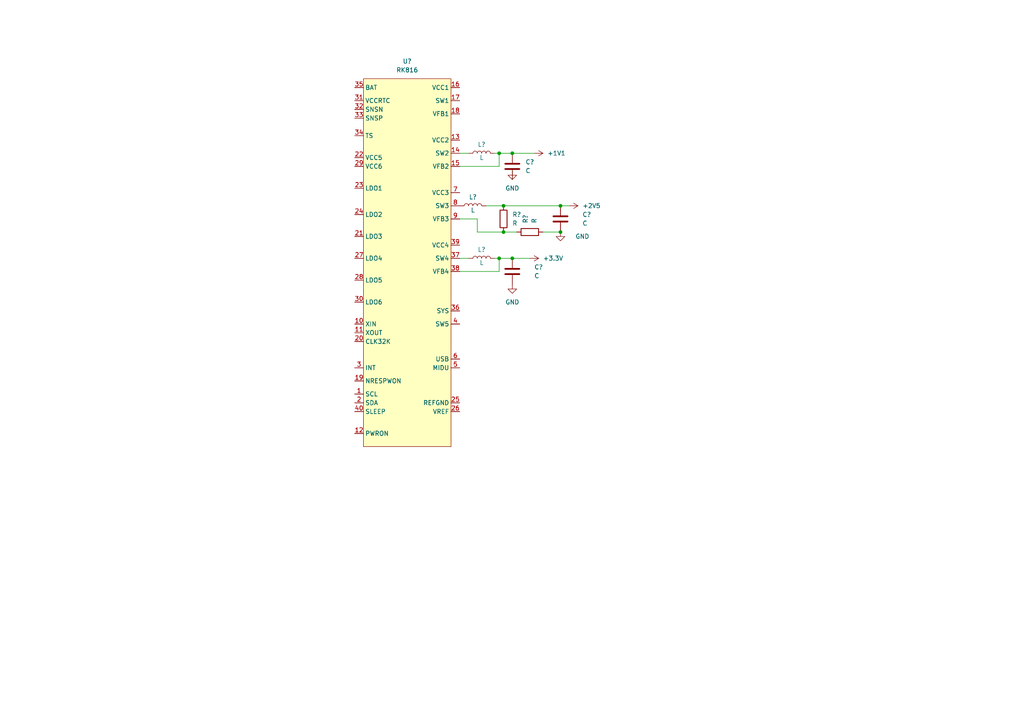
<source format=kicad_sch>
(kicad_sch (version 20211123) (generator eeschema)

  (uuid b8426153-2a22-456c-adf0-a3e441bd590d)

  (paper "A4")

  (lib_symbols
    (symbol "power:+1V1" (power) (pin_names (offset 0)) (in_bom yes) (on_board yes)
      (property "Reference" "#PWR" (id 0) (at 0 -3.81 0)
        (effects (font (size 1.27 1.27)) hide)
      )
      (property "Value" "+1V1" (id 1) (at 0 3.556 0)
        (effects (font (size 1.27 1.27)))
      )
      (property "Footprint" "" (id 2) (at 0 0 0)
        (effects (font (size 1.27 1.27)) hide)
      )
      (property "Datasheet" "" (id 3) (at 0 0 0)
        (effects (font (size 1.27 1.27)) hide)
      )
      (property "ki_keywords" "power-flag" (id 4) (at 0 0 0)
        (effects (font (size 1.27 1.27)) hide)
      )
      (property "ki_description" "Power symbol creates a global label with name \"+1V1\"" (id 5) (at 0 0 0)
        (effects (font (size 1.27 1.27)) hide)
      )
      (symbol "+1V1_0_1"
        (polyline
          (pts
            (xy -0.762 1.27)
            (xy 0 2.54)
          )
          (stroke (width 0) (type default) (color 0 0 0 0))
          (fill (type none))
        )
        (polyline
          (pts
            (xy 0 0)
            (xy 0 2.54)
          )
          (stroke (width 0) (type default) (color 0 0 0 0))
          (fill (type none))
        )
        (polyline
          (pts
            (xy 0 2.54)
            (xy 0.762 1.27)
          )
          (stroke (width 0) (type default) (color 0 0 0 0))
          (fill (type none))
        )
      )
      (symbol "+1V1_1_1"
        (pin power_in line (at 0 0 90) (length 0) hide
          (name "+1V1" (effects (font (size 1.27 1.27))))
          (number "1" (effects (font (size 1.27 1.27))))
        )
      )
    )
    (symbol "power:+2V5" (power) (pin_names (offset 0)) (in_bom yes) (on_board yes)
      (property "Reference" "#PWR" (id 0) (at 0 -3.81 0)
        (effects (font (size 1.27 1.27)) hide)
      )
      (property "Value" "+2V5" (id 1) (at 0 3.556 0)
        (effects (font (size 1.27 1.27)))
      )
      (property "Footprint" "" (id 2) (at 0 0 0)
        (effects (font (size 1.27 1.27)) hide)
      )
      (property "Datasheet" "" (id 3) (at 0 0 0)
        (effects (font (size 1.27 1.27)) hide)
      )
      (property "ki_keywords" "power-flag" (id 4) (at 0 0 0)
        (effects (font (size 1.27 1.27)) hide)
      )
      (property "ki_description" "Power symbol creates a global label with name \"+2V5\"" (id 5) (at 0 0 0)
        (effects (font (size 1.27 1.27)) hide)
      )
      (symbol "+2V5_0_1"
        (polyline
          (pts
            (xy -0.762 1.27)
            (xy 0 2.54)
          )
          (stroke (width 0) (type default) (color 0 0 0 0))
          (fill (type none))
        )
        (polyline
          (pts
            (xy 0 0)
            (xy 0 2.54)
          )
          (stroke (width 0) (type default) (color 0 0 0 0))
          (fill (type none))
        )
        (polyline
          (pts
            (xy 0 2.54)
            (xy 0.762 1.27)
          )
          (stroke (width 0) (type default) (color 0 0 0 0))
          (fill (type none))
        )
      )
      (symbol "+2V5_1_1"
        (pin power_in line (at 0 0 90) (length 0) hide
          (name "+2V5" (effects (font (size 1.27 1.27))))
          (number "1" (effects (font (size 1.27 1.27))))
        )
      )
    )
    (symbol "power:+3.3V" (power) (pin_names (offset 0)) (in_bom yes) (on_board yes)
      (property "Reference" "#PWR" (id 0) (at 0 -3.81 0)
        (effects (font (size 1.27 1.27)) hide)
      )
      (property "Value" "+3.3V" (id 1) (at 0 3.556 0)
        (effects (font (size 1.27 1.27)))
      )
      (property "Footprint" "" (id 2) (at 0 0 0)
        (effects (font (size 1.27 1.27)) hide)
      )
      (property "Datasheet" "" (id 3) (at 0 0 0)
        (effects (font (size 1.27 1.27)) hide)
      )
      (property "ki_keywords" "power-flag" (id 4) (at 0 0 0)
        (effects (font (size 1.27 1.27)) hide)
      )
      (property "ki_description" "Power symbol creates a global label with name \"+3.3V\"" (id 5) (at 0 0 0)
        (effects (font (size 1.27 1.27)) hide)
      )
      (symbol "+3.3V_0_1"
        (polyline
          (pts
            (xy -0.762 1.27)
            (xy 0 2.54)
          )
          (stroke (width 0) (type default) (color 0 0 0 0))
          (fill (type none))
        )
        (polyline
          (pts
            (xy 0 0)
            (xy 0 2.54)
          )
          (stroke (width 0) (type default) (color 0 0 0 0))
          (fill (type none))
        )
        (polyline
          (pts
            (xy 0 2.54)
            (xy 0.762 1.27)
          )
          (stroke (width 0) (type default) (color 0 0 0 0))
          (fill (type none))
        )
      )
      (symbol "+3.3V_1_1"
        (pin power_in line (at 0 0 90) (length 0) hide
          (name "+3.3V" (effects (font (size 1.27 1.27))))
          (number "1" (effects (font (size 1.27 1.27))))
        )
      )
    )
    (symbol "power:GND" (power) (pin_names (offset 0)) (in_bom yes) (on_board yes)
      (property "Reference" "#PWR" (id 0) (at 0 -6.35 0)
        (effects (font (size 1.27 1.27)) hide)
      )
      (property "Value" "GND" (id 1) (at 0 -3.81 0)
        (effects (font (size 1.27 1.27)))
      )
      (property "Footprint" "" (id 2) (at 0 0 0)
        (effects (font (size 1.27 1.27)) hide)
      )
      (property "Datasheet" "" (id 3) (at 0 0 0)
        (effects (font (size 1.27 1.27)) hide)
      )
      (property "ki_keywords" "power-flag" (id 4) (at 0 0 0)
        (effects (font (size 1.27 1.27)) hide)
      )
      (property "ki_description" "Power symbol creates a global label with name \"GND\" , ground" (id 5) (at 0 0 0)
        (effects (font (size 1.27 1.27)) hide)
      )
      (symbol "GND_0_1"
        (polyline
          (pts
            (xy 0 0)
            (xy 0 -1.27)
            (xy 1.27 -1.27)
            (xy 0 -2.54)
            (xy -1.27 -1.27)
            (xy 0 -1.27)
          )
          (stroke (width 0) (type default) (color 0 0 0 0))
          (fill (type none))
        )
      )
      (symbol "GND_1_1"
        (pin power_in line (at 0 0 270) (length 0) hide
          (name "GND" (effects (font (size 1.27 1.27))))
          (number "1" (effects (font (size 1.27 1.27))))
        )
      )
    )
    (symbol "rlib_ic:RK816" (in_bom yes) (on_board yes)
      (property "Reference" "U" (id 0) (at 0 3.81 0)
        (effects (font (size 1.27 1.27)))
      )
      (property "Value" "RK816" (id 1) (at 1.27 -105.41 0)
        (effects (font (size 1.27 1.27)))
      )
      (property "Footprint" "" (id 2) (at 24.13 1.27 0)
        (effects (font (size 1.27 1.27)) hide)
      )
      (property "Datasheet" "" (id 3) (at 24.13 1.27 0)
        (effects (font (size 1.27 1.27)) hide)
      )
      (symbol "RK816_0_0"
        (pin input line (at -13.97 -88.9 0) (length 2.54)
          (name "SCL" (effects (font (size 1.27 1.27))))
          (number "1" (effects (font (size 1.27 1.27))))
        )
        (pin input line (at -13.97 -68.58 0) (length 2.54)
          (name "XIN" (effects (font (size 1.27 1.27))))
          (number "10" (effects (font (size 1.27 1.27))))
        )
        (pin output line (at -13.97 -71.12 0) (length 2.54)
          (name "XOUT" (effects (font (size 1.27 1.27))))
          (number "11" (effects (font (size 1.27 1.27))))
        )
        (pin input line (at -13.97 -100.33 0) (length 2.54)
          (name "PWRON" (effects (font (size 1.27 1.27))))
          (number "12" (effects (font (size 1.27 1.27))))
        )
        (pin power_in line (at 16.51 -15.24 180) (length 2.54)
          (name "VCC2" (effects (font (size 1.27 1.27))))
          (number "13" (effects (font (size 1.27 1.27))))
        )
        (pin output line (at 16.51 -19.05 180) (length 2.54)
          (name "SW2" (effects (font (size 1.27 1.27))))
          (number "14" (effects (font (size 1.27 1.27))))
        )
        (pin input line (at 16.51 -22.86 180) (length 2.54)
          (name "VFB2" (effects (font (size 1.27 1.27))))
          (number "15" (effects (font (size 1.27 1.27))))
        )
        (pin power_in line (at 16.51 0 180) (length 2.54)
          (name "VCC1" (effects (font (size 1.27 1.27))))
          (number "16" (effects (font (size 1.27 1.27))))
        )
        (pin output line (at 16.51 -3.81 180) (length 2.54)
          (name "SW1" (effects (font (size 1.27 1.27))))
          (number "17" (effects (font (size 1.27 1.27))))
        )
        (pin input line (at 16.51 -7.62 180) (length 2.54)
          (name "VFB1" (effects (font (size 1.27 1.27))))
          (number "18" (effects (font (size 1.27 1.27))))
        )
        (pin input line (at -13.97 -85.09 0) (length 2.54)
          (name "NRESPWON" (effects (font (size 1.27 1.27))))
          (number "19" (effects (font (size 1.27 1.27))))
        )
        (pin bidirectional line (at -13.97 -91.44 0) (length 2.54)
          (name "SDA" (effects (font (size 1.27 1.27))))
          (number "2" (effects (font (size 1.27 1.27))))
        )
        (pin open_collector line (at -13.97 -73.66 0) (length 2.54)
          (name "CLK32K" (effects (font (size 1.27 1.27))))
          (number "20" (effects (font (size 1.27 1.27))))
        )
        (pin power_out line (at -13.97 -43.18 0) (length 2.54)
          (name "LDO3" (effects (font (size 1.27 1.27))))
          (number "21" (effects (font (size 1.27 1.27))))
        )
        (pin power_in line (at -13.97 -20.32 0) (length 2.54)
          (name "VCC5" (effects (font (size 1.27 1.27))))
          (number "22" (effects (font (size 1.27 1.27))))
        )
        (pin power_out line (at -13.97 -29.21 0) (length 2.54)
          (name "LDO1" (effects (font (size 1.27 1.27))))
          (number "23" (effects (font (size 1.27 1.27))))
        )
        (pin power_out line (at -13.97 -36.83 0) (length 2.54)
          (name "LDO2" (effects (font (size 1.27 1.27))))
          (number "24" (effects (font (size 1.27 1.27))))
        )
        (pin power_in line (at 16.51 -91.44 180) (length 2.54)
          (name "REFGND" (effects (font (size 1.27 1.27))))
          (number "25" (effects (font (size 1.27 1.27))))
        )
        (pin power_in line (at 16.51 -93.98 180) (length 2.54)
          (name "VREF" (effects (font (size 1.27 1.27))))
          (number "26" (effects (font (size 1.27 1.27))))
        )
        (pin power_out line (at -13.97 -49.53 0) (length 2.54)
          (name "LDO4" (effects (font (size 1.27 1.27))))
          (number "27" (effects (font (size 1.27 1.27))))
        )
        (pin power_out line (at -13.97 -55.88 0) (length 2.54)
          (name "LDO5" (effects (font (size 1.27 1.27))))
          (number "28" (effects (font (size 1.27 1.27))))
        )
        (pin power_in line (at -13.97 -22.86 0) (length 2.54)
          (name "VCC6" (effects (font (size 1.27 1.27))))
          (number "29" (effects (font (size 1.27 1.27))))
        )
        (pin open_collector line (at -13.97 -81.28 0) (length 2.54)
          (name "INT" (effects (font (size 1.27 1.27))))
          (number "3" (effects (font (size 1.27 1.27))))
        )
        (pin power_out line (at -13.97 -62.23 0) (length 2.54)
          (name "LDO6" (effects (font (size 1.27 1.27))))
          (number "30" (effects (font (size 1.27 1.27))))
        )
        (pin power_in line (at -13.97 -3.81 0) (length 2.54)
          (name "VCCRTC" (effects (font (size 1.27 1.27))))
          (number "31" (effects (font (size 1.27 1.27))))
        )
        (pin input line (at -13.97 -6.35 0) (length 2.54)
          (name "SNSN" (effects (font (size 1.27 1.27))))
          (number "32" (effects (font (size 1.27 1.27))))
        )
        (pin input line (at -13.97 -8.89 0) (length 2.54)
          (name "SNSP" (effects (font (size 1.27 1.27))))
          (number "33" (effects (font (size 1.27 1.27))))
        )
        (pin input line (at -13.97 -13.97 0) (length 2.54)
          (name "TS" (effects (font (size 1.27 1.27))))
          (number "34" (effects (font (size 1.27 1.27))))
        )
        (pin power_in line (at -13.97 0 0) (length 2.54)
          (name "BAT" (effects (font (size 1.27 1.27))))
          (number "35" (effects (font (size 1.27 1.27))))
        )
        (pin power_out line (at 16.51 -64.77 180) (length 2.54)
          (name "SYS" (effects (font (size 1.27 1.27))))
          (number "36" (effects (font (size 1.27 1.27))))
        )
        (pin output line (at 16.51 -49.53 180) (length 2.54)
          (name "SW4" (effects (font (size 1.27 1.27))))
          (number "37" (effects (font (size 1.27 1.27))))
        )
        (pin input line (at 16.51 -53.34 180) (length 2.54)
          (name "VFB4" (effects (font (size 1.27 1.27))))
          (number "38" (effects (font (size 1.27 1.27))))
        )
        (pin power_in line (at 16.51 -45.72 180) (length 2.54)
          (name "VCC4" (effects (font (size 1.27 1.27))))
          (number "39" (effects (font (size 1.27 1.27))))
        )
        (pin input line (at 16.51 -68.58 180) (length 2.54)
          (name "SW5" (effects (font (size 1.27 1.27))))
          (number "4" (effects (font (size 1.27 1.27))))
        )
        (pin power_in line (at -13.97 -93.98 0) (length 2.54)
          (name "SLEEP" (effects (font (size 1.27 1.27))))
          (number "40" (effects (font (size 1.27 1.27))))
        )
        (pin output line (at 16.51 -81.28 180) (length 2.54)
          (name "MIDU" (effects (font (size 1.27 1.27))))
          (number "5" (effects (font (size 1.27 1.27))))
        )
        (pin input line (at 16.51 -78.74 180) (length 2.54)
          (name "USB" (effects (font (size 1.27 1.27))))
          (number "6" (effects (font (size 1.27 1.27))))
        )
        (pin power_in line (at 16.51 -30.48 180) (length 2.54)
          (name "VCC3" (effects (font (size 1.27 1.27))))
          (number "7" (effects (font (size 1.27 1.27))))
        )
        (pin output line (at 16.51 -34.29 180) (length 2.54)
          (name "SW3" (effects (font (size 1.27 1.27))))
          (number "8" (effects (font (size 1.27 1.27))))
        )
        (pin input line (at 16.51 -38.1 180) (length 2.54)
          (name "VFB3" (effects (font (size 1.27 1.27))))
          (number "9" (effects (font (size 1.27 1.27))))
        )
      )
      (symbol "RK816_0_1"
        (rectangle (start -11.43 2.54) (end 13.97 -104.14)
          (stroke (width 0) (type default) (color 0 0 0 0))
          (fill (type background))
        )
      )
    )
    (symbol "rlib_passive:C" (pin_numbers hide) (pin_names (offset 0.254)) (in_bom yes) (on_board yes)
      (property "Reference" "C" (id 0) (at 0.635 2.54 0)
        (effects (font (size 1.27 1.27)) (justify left))
      )
      (property "Value" "C" (id 1) (at 0.635 -2.54 0)
        (effects (font (size 1.27 1.27)) (justify left))
      )
      (property "Footprint" "" (id 2) (at 0.9652 -3.81 0)
        (effects (font (size 1.27 1.27)) hide)
      )
      (property "Datasheet" "~" (id 3) (at 0 0 0)
        (effects (font (size 1.27 1.27)) hide)
      )
      (property "Voltage" "" (id 4) (at 0 0 0)
        (effects (font (size 1.27 1.27)))
      )
      (property "LSCS Partnumber" "" (id 5) (at 0 0 0)
        (effects (font (size 1.27 1.27)))
      )
      (property "Tolerance" "" (id 6) (at 0 0 0)
        (effects (font (size 1.27 1.27)))
      )
      (property "Manufacturer" "" (id 7) (at 0 0 0)
        (effects (font (size 1.27 1.27)))
      )
      (property "ki_keywords" "cap capacitor" (id 8) (at 0 0 0)
        (effects (font (size 1.27 1.27)) hide)
      )
      (property "ki_description" "Unpolarized capacitor" (id 9) (at 0 0 0)
        (effects (font (size 1.27 1.27)) hide)
      )
      (property "ki_fp_filters" "C_*" (id 10) (at 0 0 0)
        (effects (font (size 1.27 1.27)) hide)
      )
      (symbol "C_0_1"
        (polyline
          (pts
            (xy -2.032 -0.762)
            (xy 2.032 -0.762)
          )
          (stroke (width 0.508) (type default) (color 0 0 0 0))
          (fill (type none))
        )
        (polyline
          (pts
            (xy -2.032 0.762)
            (xy 2.032 0.762)
          )
          (stroke (width 0.508) (type default) (color 0 0 0 0))
          (fill (type none))
        )
      )
      (symbol "C_1_1"
        (pin passive line (at 0 3.81 270) (length 2.794)
          (name "~" (effects (font (size 1.27 1.27))))
          (number "1" (effects (font (size 1.27 1.27))))
        )
        (pin passive line (at 0 -3.81 90) (length 2.794)
          (name "~" (effects (font (size 1.27 1.27))))
          (number "2" (effects (font (size 1.27 1.27))))
        )
      )
    )
    (symbol "rlib_passive:L" (pin_numbers hide) (pin_names (offset 1.016) hide) (in_bom yes) (on_board yes)
      (property "Reference" "L" (id 0) (at -1.27 0 90)
        (effects (font (size 1.27 1.27)))
      )
      (property "Value" "L" (id 1) (at 1.905 0 90)
        (effects (font (size 1.27 1.27)))
      )
      (property "Footprint" "" (id 2) (at 0 0 0)
        (effects (font (size 1.27 1.27)) hide)
      )
      (property "Datasheet" "~" (id 3) (at 0 0 0)
        (effects (font (size 1.27 1.27)) hide)
      )
      (property "LSCS partnumber" "" (id 4) (at 0 0 0)
        (effects (font (size 1.27 1.27)))
      )
      (property "Tolerance" "" (id 5) (at 0 0 0)
        (effects (font (size 1.27 1.27)))
      )
      (property "Manufacturer" "" (id 6) (at 0 0 0)
        (effects (font (size 1.27 1.27)))
      )
      (property "Mfr.  partnumber" "" (id 7) (at 0 0 0)
        (effects (font (size 1.27 1.27)))
      )
      (property "ki_keywords" "inductor choke coil reactor magnetic" (id 8) (at 0 0 0)
        (effects (font (size 1.27 1.27)) hide)
      )
      (property "ki_description" "Inductor" (id 9) (at 0 0 0)
        (effects (font (size 1.27 1.27)) hide)
      )
      (property "ki_fp_filters" "Choke_* *Coil* Inductor_* L_*" (id 10) (at 0 0 0)
        (effects (font (size 1.27 1.27)) hide)
      )
      (symbol "L_0_1"
        (arc (start 0 -2.54) (mid 0.635 -1.905) (end 0 -1.27)
          (stroke (width 0) (type default) (color 0 0 0 0))
          (fill (type none))
        )
        (arc (start 0 -1.27) (mid 0.635 -0.635) (end 0 0)
          (stroke (width 0) (type default) (color 0 0 0 0))
          (fill (type none))
        )
        (arc (start 0 0) (mid 0.635 0.635) (end 0 1.27)
          (stroke (width 0) (type default) (color 0 0 0 0))
          (fill (type none))
        )
        (arc (start 0 1.27) (mid 0.635 1.905) (end 0 2.54)
          (stroke (width 0) (type default) (color 0 0 0 0))
          (fill (type none))
        )
      )
      (symbol "L_1_1"
        (pin passive line (at 0 3.81 270) (length 1.27)
          (name "1" (effects (font (size 1.27 1.27))))
          (number "1" (effects (font (size 1.27 1.27))))
        )
        (pin passive line (at 0 -3.81 90) (length 1.27)
          (name "2" (effects (font (size 1.27 1.27))))
          (number "2" (effects (font (size 1.27 1.27))))
        )
      )
    )
    (symbol "rlib_passive:R" (pin_numbers hide) (pin_names (offset 0)) (in_bom yes) (on_board yes)
      (property "Reference" "R" (id 0) (at 2.032 0 90)
        (effects (font (size 1.27 1.27)))
      )
      (property "Value" "R" (id 1) (at 0 0 90)
        (effects (font (size 1.27 1.27)))
      )
      (property "Footprint" "" (id 2) (at -1.778 0 90)
        (effects (font (size 1.27 1.27)) hide)
      )
      (property "Datasheet" "~" (id 3) (at 0 0 0)
        (effects (font (size 1.27 1.27)) hide)
      )
      (property "Tolerance" "" (id 4) (at 0 0 0)
        (effects (font (size 1.27 1.27)))
      )
      (property "LSCS Partnumber" "" (id 5) (at 0 0 0)
        (effects (font (size 1.27 1.27)))
      )
      (property "Manufacturer" "" (id 6) (at 0 0 0)
        (effects (font (size 1.27 1.27)))
      )
      (property "ki_keywords" "R res resistor" (id 7) (at 0 0 0)
        (effects (font (size 1.27 1.27)) hide)
      )
      (property "ki_description" "Resistor" (id 8) (at 0 0 0)
        (effects (font (size 1.27 1.27)) hide)
      )
      (property "ki_fp_filters" "R_*" (id 9) (at 0 0 0)
        (effects (font (size 1.27 1.27)) hide)
      )
      (symbol "R_0_1"
        (rectangle (start -1.016 -2.54) (end 1.016 2.54)
          (stroke (width 0.254) (type default) (color 0 0 0 0))
          (fill (type none))
        )
      )
      (symbol "R_1_1"
        (pin passive line (at 0 3.81 270) (length 1.27)
          (name "~" (effects (font (size 1.27 1.27))))
          (number "1" (effects (font (size 1.27 1.27))))
        )
        (pin passive line (at 0 -3.81 90) (length 1.27)
          (name "~" (effects (font (size 1.27 1.27))))
          (number "2" (effects (font (size 1.27 1.27))))
        )
      )
    )
  )

  (junction (at 146.05 59.69) (diameter 0) (color 0 0 0 0)
    (uuid 1d744db1-a0a0-45ec-966e-9d17dfd8456a)
  )
  (junction (at 144.78 44.45) (diameter 0) (color 0 0 0 0)
    (uuid 42b193ec-44df-417c-b70e-dde638188583)
  )
  (junction (at 162.56 59.69) (diameter 0) (color 0 0 0 0)
    (uuid 4dbee152-ca42-4ae5-8338-919e1b593806)
  )
  (junction (at 148.59 74.93) (diameter 0) (color 0 0 0 0)
    (uuid 557c69e1-1e2e-4d55-8c2d-b3eb22516330)
  )
  (junction (at 146.05 67.31) (diameter 0) (color 0 0 0 0)
    (uuid 689239e9-1c9b-4043-93e1-d69f2418d835)
  )
  (junction (at 162.56 67.31) (diameter 0) (color 0 0 0 0)
    (uuid 90682830-e48f-409f-afd9-22d48d0401d0)
  )
  (junction (at 144.78 74.93) (diameter 0) (color 0 0 0 0)
    (uuid e81134f5-21ed-41f0-baff-7080e6fe9e5e)
  )
  (junction (at 148.59 44.45) (diameter 0) (color 0 0 0 0)
    (uuid f37fd2f4-9805-4aa7-ab49-533e6794cd6a)
  )

  (wire (pts (xy 133.35 48.26) (xy 144.78 48.26))
    (stroke (width 0) (type default) (color 0 0 0 0))
    (uuid 0ae4e3fb-e285-4d4d-9faa-d84607265801)
  )
  (wire (pts (xy 162.56 59.69) (xy 165.1 59.69))
    (stroke (width 0) (type default) (color 0 0 0 0))
    (uuid 2bc0c880-7381-4d86-928d-8a3c8084491c)
  )
  (wire (pts (xy 146.05 59.69) (xy 162.56 59.69))
    (stroke (width 0) (type default) (color 0 0 0 0))
    (uuid 5e8e8383-04d3-4723-9f8f-fe87517518c6)
  )
  (wire (pts (xy 144.78 48.26) (xy 144.78 44.45))
    (stroke (width 0) (type default) (color 0 0 0 0))
    (uuid 609a87b5-73e9-4b9f-bd2c-9be7e91b9eac)
  )
  (wire (pts (xy 143.51 44.45) (xy 144.78 44.45))
    (stroke (width 0) (type default) (color 0 0 0 0))
    (uuid 6b14a0de-6ac3-4203-9978-ae7e65fd9f45)
  )
  (wire (pts (xy 148.59 44.45) (xy 154.94 44.45))
    (stroke (width 0) (type default) (color 0 0 0 0))
    (uuid 6f8751d0-0975-4a2d-afc4-16678b0e36cf)
  )
  (wire (pts (xy 148.59 74.93) (xy 153.67 74.93))
    (stroke (width 0) (type default) (color 0 0 0 0))
    (uuid 7e9a4a53-a550-42c7-b7d3-2c3a8cf34ca1)
  )
  (wire (pts (xy 146.05 67.31) (xy 149.86 67.31))
    (stroke (width 0) (type default) (color 0 0 0 0))
    (uuid 83da9c0b-69fa-4b20-a556-d878a6e9e656)
  )
  (wire (pts (xy 138.43 63.5) (xy 138.43 67.31))
    (stroke (width 0) (type default) (color 0 0 0 0))
    (uuid 86e4a640-04de-4f74-be23-e995515cfda6)
  )
  (wire (pts (xy 148.59 49.53) (xy 148.59 52.07))
    (stroke (width 0) (type default) (color 0 0 0 0))
    (uuid 8b7e45e7-6b34-4108-8310-d319c9154ac0)
  )
  (wire (pts (xy 133.35 63.5) (xy 138.43 63.5))
    (stroke (width 0) (type default) (color 0 0 0 0))
    (uuid 8d082134-643e-4f5c-abf4-b6e572f366b2)
  )
  (wire (pts (xy 144.78 78.74) (xy 144.78 74.93))
    (stroke (width 0) (type default) (color 0 0 0 0))
    (uuid 920327ed-b068-49d9-9590-8db937c66bca)
  )
  (wire (pts (xy 144.78 74.93) (xy 148.59 74.93))
    (stroke (width 0) (type default) (color 0 0 0 0))
    (uuid 927b23b6-d961-45ad-8698-ea421f0c5f55)
  )
  (wire (pts (xy 138.43 67.31) (xy 146.05 67.31))
    (stroke (width 0) (type default) (color 0 0 0 0))
    (uuid a50d3217-1cee-48d3-aaee-d554fa292949)
  )
  (wire (pts (xy 133.35 74.93) (xy 135.89 74.93))
    (stroke (width 0) (type default) (color 0 0 0 0))
    (uuid aa5c83cc-c83c-4e67-94cc-8a079fb48bec)
  )
  (wire (pts (xy 143.51 74.93) (xy 144.78 74.93))
    (stroke (width 0) (type default) (color 0 0 0 0))
    (uuid ab9d5ddc-97ea-4201-8d78-719420bc45af)
  )
  (wire (pts (xy 157.48 67.31) (xy 162.56 67.31))
    (stroke (width 0) (type default) (color 0 0 0 0))
    (uuid b763833e-ec35-4b43-a004-82165822fb7f)
  )
  (wire (pts (xy 140.97 59.69) (xy 146.05 59.69))
    (stroke (width 0) (type default) (color 0 0 0 0))
    (uuid bdf281f6-a92b-44b5-945e-663f4803a8fd)
  )
  (wire (pts (xy 144.78 44.45) (xy 148.59 44.45))
    (stroke (width 0) (type default) (color 0 0 0 0))
    (uuid e476640b-ce49-46d1-8fe2-55a4e7517e84)
  )
  (wire (pts (xy 133.35 44.45) (xy 135.89 44.45))
    (stroke (width 0) (type default) (color 0 0 0 0))
    (uuid f619830f-8a4c-4b69-8f56-f130fe306470)
  )
  (wire (pts (xy 133.35 78.74) (xy 144.78 78.74))
    (stroke (width 0) (type default) (color 0 0 0 0))
    (uuid fb913e43-a4ea-40c4-a77c-58e95676bff3)
  )

  (symbol (lib_id "rlib_passive:L") (at 139.7 44.45 90) (unit 1)
    (in_bom yes) (on_board yes)
    (uuid 13e9c0f2-bc6e-4245-a0c2-ee902bdd08d0)
    (property "Reference" "L?" (id 0) (at 139.7 41.91 90))
    (property "Value" "L" (id 1) (at 139.7 45.72 90))
    (property "Footprint" "" (id 2) (at 139.7 44.45 0)
      (effects (font (size 1.27 1.27)) hide)
    )
    (property "Datasheet" "~" (id 3) (at 139.7 44.45 0)
      (effects (font (size 1.27 1.27)) hide)
    )
    (property "LSCS partnumber" "" (id 4) (at 139.7 44.45 0))
    (property "Tolerance" "" (id 5) (at 139.7 44.45 0))
    (property "Manufacturer" "" (id 6) (at 139.7 44.45 0))
    (property "Mfr.  partnumber" "" (id 7) (at 139.7 44.45 0))
    (pin "1" (uuid e83744a7-7d10-485c-b9f7-561fd78517e8))
    (pin "2" (uuid 4a5c4441-565d-4f2d-98d7-9b19ec798fc4))
  )

  (symbol (lib_id "power:GND") (at 148.59 82.55 0) (unit 1)
    (in_bom yes) (on_board yes) (fields_autoplaced)
    (uuid 24e5b7bb-eb80-4288-b2a7-50e639469f9d)
    (property "Reference" "#PWR?" (id 0) (at 148.59 88.9 0)
      (effects (font (size 1.27 1.27)) hide)
    )
    (property "Value" "GND" (id 1) (at 148.59 87.63 0))
    (property "Footprint" "" (id 2) (at 148.59 82.55 0)
      (effects (font (size 1.27 1.27)) hide)
    )
    (property "Datasheet" "" (id 3) (at 148.59 82.55 0)
      (effects (font (size 1.27 1.27)) hide)
    )
    (pin "1" (uuid d5765cf8-24b3-48d8-9438-209f3dc3dfa1))
  )

  (symbol (lib_id "power:+1V1") (at 154.94 44.45 270) (unit 1)
    (in_bom yes) (on_board yes) (fields_autoplaced)
    (uuid 520eef78-14e6-43a5-af67-39d84669f32e)
    (property "Reference" "#PWR?" (id 0) (at 151.13 44.45 0)
      (effects (font (size 1.27 1.27)) hide)
    )
    (property "Value" "+1V1" (id 1) (at 158.75 44.4499 90)
      (effects (font (size 1.27 1.27)) (justify left))
    )
    (property "Footprint" "" (id 2) (at 154.94 44.45 0)
      (effects (font (size 1.27 1.27)) hide)
    )
    (property "Datasheet" "" (id 3) (at 154.94 44.45 0)
      (effects (font (size 1.27 1.27)) hide)
    )
    (pin "1" (uuid e7829cb3-4d8d-45df-97cc-ececb31cdd57))
  )

  (symbol (lib_id "rlib_passive:C") (at 162.56 63.5 0) (unit 1)
    (in_bom yes) (on_board yes)
    (uuid 546b18e9-2b12-4f45-8bb9-bbc44e7d3e92)
    (property "Reference" "C?" (id 0) (at 168.91 62.2299 0)
      (effects (font (size 1.27 1.27)) (justify left))
    )
    (property "Value" "C" (id 1) (at 168.91 64.7699 0)
      (effects (font (size 1.27 1.27)) (justify left))
    )
    (property "Footprint" "" (id 2) (at 163.5252 67.31 0)
      (effects (font (size 1.27 1.27)) hide)
    )
    (property "Datasheet" "~" (id 3) (at 162.56 63.5 0)
      (effects (font (size 1.27 1.27)) hide)
    )
    (property "Voltage" "" (id 4) (at 162.56 63.5 0))
    (property "LSCS Partnumber" "" (id 5) (at 162.56 63.5 0))
    (property "Tolerance" "" (id 6) (at 162.56 63.5 0))
    (property "Manufacturer" "" (id 7) (at 162.56 63.5 0))
    (pin "1" (uuid eb4f183d-a12a-40a9-8257-886ffdc1d047))
    (pin "2" (uuid cd05a738-454a-42a5-8b1d-90f49dd7b240))
  )

  (symbol (lib_id "rlib_passive:L") (at 139.7 74.93 90) (unit 1)
    (in_bom yes) (on_board yes)
    (uuid 58727652-d1fd-45cb-ac33-4d436e494d57)
    (property "Reference" "L?" (id 0) (at 139.7 72.39 90))
    (property "Value" "L" (id 1) (at 139.7 76.2 90))
    (property "Footprint" "" (id 2) (at 139.7 74.93 0)
      (effects (font (size 1.27 1.27)) hide)
    )
    (property "Datasheet" "~" (id 3) (at 139.7 74.93 0)
      (effects (font (size 1.27 1.27)) hide)
    )
    (property "LSCS partnumber" "" (id 4) (at 139.7 74.93 0))
    (property "Tolerance" "" (id 5) (at 139.7 74.93 0))
    (property "Manufacturer" "" (id 6) (at 139.7 74.93 0))
    (property "Mfr.  partnumber" "" (id 7) (at 139.7 74.93 0))
    (pin "1" (uuid 3ca4454d-aaeb-41f6-8b4b-6d506b3a1a17))
    (pin "2" (uuid 00d7d181-bb9c-4848-bf7a-d20a92bb66dc))
  )

  (symbol (lib_id "rlib_passive:R") (at 146.05 63.5 0) (unit 1)
    (in_bom yes) (on_board yes) (fields_autoplaced)
    (uuid 5f20948e-49c7-4ed0-8c38-15307f2f5ef8)
    (property "Reference" "R?" (id 0) (at 148.59 62.2299 0)
      (effects (font (size 1.27 1.27)) (justify left))
    )
    (property "Value" "R" (id 1) (at 148.59 64.7699 0)
      (effects (font (size 1.27 1.27)) (justify left))
    )
    (property "Footprint" "" (id 2) (at 144.272 63.5 90)
      (effects (font (size 1.27 1.27)) hide)
    )
    (property "Datasheet" "~" (id 3) (at 146.05 63.5 0)
      (effects (font (size 1.27 1.27)) hide)
    )
    (property "Tolerance" "" (id 4) (at 146.05 63.5 0))
    (property "LSCS Partnumber" "" (id 5) (at 146.05 63.5 0))
    (property "Manufacturer" "" (id 6) (at 146.05 63.5 0))
    (pin "1" (uuid 73a63f63-e47d-4e94-b719-2daeb1de8404))
    (pin "2" (uuid 41ca166c-4793-4ca7-bf4b-ecdea87dccc5))
  )

  (symbol (lib_id "rlib_ic:RK816") (at 116.84 25.4 0) (unit 1)
    (in_bom yes) (on_board yes) (fields_autoplaced)
    (uuid 5f7f466a-c692-4f99-821a-d79d7fcacbf9)
    (property "Reference" "U?" (id 0) (at 118.11 17.78 0))
    (property "Value" "RK816" (id 1) (at 118.11 20.32 0))
    (property "Footprint" "" (id 2) (at 140.97 24.13 0)
      (effects (font (size 1.27 1.27)) hide)
    )
    (property "Datasheet" "" (id 3) (at 140.97 24.13 0)
      (effects (font (size 1.27 1.27)) hide)
    )
    (pin "1" (uuid bb776214-d3cb-40bf-bfab-880a3a07cc50))
    (pin "10" (uuid 522d80c0-a0ce-4a19-b7c6-1bd59cc3a819))
    (pin "11" (uuid 44da0297-1ad8-433c-ae86-1ba1e17e256c))
    (pin "12" (uuid cbf910c8-b9c7-43b3-b936-93c52d70e114))
    (pin "13" (uuid 8857b116-907f-4297-86c8-95d4c65e8a2e))
    (pin "14" (uuid f7747271-039d-4dff-9545-841c416c7cea))
    (pin "15" (uuid a6ba1bd7-e3d5-4df1-bfed-5cf4ec1fbe82))
    (pin "16" (uuid 8d4938b5-c95a-4f36-9cbe-f3ab3ce2ab3f))
    (pin "17" (uuid c39dcca7-c1f0-4a14-9908-a76c068a8a9d))
    (pin "18" (uuid 14317eb0-e2dc-42df-830f-a26c1c9414bb))
    (pin "19" (uuid 7ea5eb91-dbdd-4fa2-a1ca-43e1c403a0ff))
    (pin "2" (uuid a5507475-5a3d-442d-9e02-732c2c0d9cf0))
    (pin "20" (uuid f5c000de-0beb-4ac9-b1e9-94f9f7b29aa4))
    (pin "21" (uuid b57f5227-320d-4009-903b-04e75ee83751))
    (pin "22" (uuid 8a95ef5f-33a2-47c2-a866-142ac70bcfce))
    (pin "23" (uuid 30b3308e-9b42-44b0-ae9a-b0c023618d08))
    (pin "24" (uuid f39b508a-862a-42d9-89f7-9f44d7998b70))
    (pin "25" (uuid 9773e49c-4a9f-4dfd-a5a2-e3bd2d9fb285))
    (pin "26" (uuid 1503578c-dfcc-4d64-81fa-368d932184fb))
    (pin "27" (uuid 2ca7557d-bee0-41bc-a04b-e09bb2bf0e75))
    (pin "28" (uuid a88c04e4-2113-4635-b670-07f0ff3b3f62))
    (pin "29" (uuid b2e79749-81a4-41b2-a350-6e8456846c27))
    (pin "3" (uuid 4d7be312-d661-4daf-953b-e421962dd103))
    (pin "30" (uuid 3ac1c91c-1c66-4da1-b7d8-c7539f6e4c7e))
    (pin "31" (uuid 1fea9507-5f8d-45b3-9037-1a39630e1529))
    (pin "32" (uuid d8536a6a-0a98-4989-a9e2-01fc8f36b4f8))
    (pin "33" (uuid 7d662c6d-1b30-4662-84eb-dcf6185bd9b5))
    (pin "34" (uuid 38d37b23-4630-49ac-a1e5-8c62f253313f))
    (pin "35" (uuid 896dbc2d-c623-41ce-8042-1064adc1bedf))
    (pin "36" (uuid cbaa5c86-3296-4f51-ba1e-0bc56bd254f5))
    (pin "37" (uuid 63f59aa2-5911-4c8f-a1da-ed1ac61f9c06))
    (pin "38" (uuid ea2d95a9-7c8a-477f-9be9-db8b23f44b2a))
    (pin "39" (uuid aac36247-7e7d-4c72-be8e-76e46d79f3ab))
    (pin "4" (uuid d8475712-d528-4c86-980e-c5043461a720))
    (pin "40" (uuid d6212e49-9eaf-468e-be01-fdc59164794a))
    (pin "5" (uuid 812498b6-1ec0-455f-9cb1-a06e58c81e75))
    (pin "6" (uuid 5aa9a6a1-1c17-4b57-8dce-77a7e1d37780))
    (pin "7" (uuid 3e954ff7-1f63-4265-b048-a402c3204335))
    (pin "8" (uuid 2a683cce-c5c1-4bc2-aada-493e1a977b73))
    (pin "9" (uuid 2e4bf170-5b96-48b9-a39b-fd42892ec7d5))
  )

  (symbol (lib_id "rlib_passive:C") (at 148.59 48.26 0) (unit 1)
    (in_bom yes) (on_board yes)
    (uuid 6ce796c4-4623-4221-84f9-20cdbff61f61)
    (property "Reference" "C?" (id 0) (at 152.4 46.99 0)
      (effects (font (size 1.27 1.27)) (justify left))
    )
    (property "Value" "C" (id 1) (at 152.4 49.53 0)
      (effects (font (size 1.27 1.27)) (justify left))
    )
    (property "Footprint" "" (id 2) (at 149.5552 52.07 0)
      (effects (font (size 1.27 1.27)) hide)
    )
    (property "Datasheet" "~" (id 3) (at 148.59 48.26 0)
      (effects (font (size 1.27 1.27)) hide)
    )
    (property "Voltage" "" (id 4) (at 148.59 48.26 0))
    (property "LSCS Partnumber" "" (id 5) (at 148.59 48.26 0))
    (property "Tolerance" "" (id 6) (at 148.59 48.26 0))
    (property "Manufacturer" "" (id 7) (at 148.59 48.26 0))
    (pin "1" (uuid 98a2efbb-9659-4dce-b828-cf2b7ebcf3d1))
    (pin "2" (uuid e003b8dd-c1ed-4f8d-9f32-8d442236958a))
  )

  (symbol (lib_id "power:GND") (at 162.56 67.31 0) (unit 1)
    (in_bom yes) (on_board yes)
    (uuid 73307290-b424-473d-99c6-edb1ca56c25c)
    (property "Reference" "#PWR?" (id 0) (at 162.56 73.66 0)
      (effects (font (size 1.27 1.27)) hide)
    )
    (property "Value" "GND" (id 1) (at 168.91 68.58 0))
    (property "Footprint" "" (id 2) (at 162.56 67.31 0)
      (effects (font (size 1.27 1.27)) hide)
    )
    (property "Datasheet" "" (id 3) (at 162.56 67.31 0)
      (effects (font (size 1.27 1.27)) hide)
    )
    (pin "1" (uuid cf0761f9-1d92-4ccc-a110-10de43f12fab))
  )

  (symbol (lib_id "rlib_passive:C") (at 148.59 78.74 0) (unit 1)
    (in_bom yes) (on_board yes)
    (uuid 9253b439-62ec-4f9d-9a61-cbf414afc188)
    (property "Reference" "C?" (id 0) (at 154.94 77.4699 0)
      (effects (font (size 1.27 1.27)) (justify left))
    )
    (property "Value" "C" (id 1) (at 154.94 80.0099 0)
      (effects (font (size 1.27 1.27)) (justify left))
    )
    (property "Footprint" "" (id 2) (at 149.5552 82.55 0)
      (effects (font (size 1.27 1.27)) hide)
    )
    (property "Datasheet" "~" (id 3) (at 148.59 78.74 0)
      (effects (font (size 1.27 1.27)) hide)
    )
    (property "Voltage" "" (id 4) (at 148.59 78.74 0))
    (property "LSCS Partnumber" "" (id 5) (at 148.59 78.74 0))
    (property "Tolerance" "" (id 6) (at 148.59 78.74 0))
    (property "Manufacturer" "" (id 7) (at 148.59 78.74 0))
    (pin "1" (uuid e34cb5b4-b266-49da-947f-2d06f20318c2))
    (pin "2" (uuid e0c868ef-1253-4d91-9d10-29c7c5d4b9d9))
  )

  (symbol (lib_id "power:GND") (at 148.59 49.53 0) (unit 1)
    (in_bom yes) (on_board yes) (fields_autoplaced)
    (uuid 96510c3c-9f0f-4c1f-b728-02ff20539988)
    (property "Reference" "#PWR?" (id 0) (at 148.59 55.88 0)
      (effects (font (size 1.27 1.27)) hide)
    )
    (property "Value" "GND" (id 1) (at 148.59 54.61 0))
    (property "Footprint" "" (id 2) (at 148.59 49.53 0)
      (effects (font (size 1.27 1.27)) hide)
    )
    (property "Datasheet" "" (id 3) (at 148.59 49.53 0)
      (effects (font (size 1.27 1.27)) hide)
    )
    (pin "1" (uuid b2a1ae1b-7c8d-4a9f-858d-384d67cf8e4d))
  )

  (symbol (lib_id "power:+3.3V") (at 153.67 74.93 270) (unit 1)
    (in_bom yes) (on_board yes) (fields_autoplaced)
    (uuid 9d3dfccc-85e4-4943-8b05-4665a2c749c6)
    (property "Reference" "#PWR?" (id 0) (at 149.86 74.93 0)
      (effects (font (size 1.27 1.27)) hide)
    )
    (property "Value" "+3.3V" (id 1) (at 157.48 74.9299 90)
      (effects (font (size 1.27 1.27)) (justify left))
    )
    (property "Footprint" "" (id 2) (at 153.67 74.93 0)
      (effects (font (size 1.27 1.27)) hide)
    )
    (property "Datasheet" "" (id 3) (at 153.67 74.93 0)
      (effects (font (size 1.27 1.27)) hide)
    )
    (pin "1" (uuid de5b553c-9ef5-430d-9c21-c04d27c90f43))
  )

  (symbol (lib_id "power:+2V5") (at 165.1 59.69 270) (unit 1)
    (in_bom yes) (on_board yes) (fields_autoplaced)
    (uuid d59f28ad-a681-4afa-aeee-3ff136d85984)
    (property "Reference" "#PWR?" (id 0) (at 161.29 59.69 0)
      (effects (font (size 1.27 1.27)) hide)
    )
    (property "Value" "+2V5" (id 1) (at 168.91 59.6899 90)
      (effects (font (size 1.27 1.27)) (justify left))
    )
    (property "Footprint" "" (id 2) (at 165.1 59.69 0)
      (effects (font (size 1.27 1.27)) hide)
    )
    (property "Datasheet" "" (id 3) (at 165.1 59.69 0)
      (effects (font (size 1.27 1.27)) hide)
    )
    (pin "1" (uuid 924013b2-f839-4b47-b8ae-e0d74c383e28))
  )

  (symbol (lib_id "rlib_passive:R") (at 153.67 67.31 90) (unit 1)
    (in_bom yes) (on_board yes) (fields_autoplaced)
    (uuid d9f7c940-1750-4e79-9e94-e67b6fccb4e0)
    (property "Reference" "R?" (id 0) (at 152.3999 64.77 0)
      (effects (font (size 1.27 1.27)) (justify left))
    )
    (property "Value" "R" (id 1) (at 154.9399 64.77 0)
      (effects (font (size 1.27 1.27)) (justify left))
    )
    (property "Footprint" "" (id 2) (at 153.67 69.088 90)
      (effects (font (size 1.27 1.27)) hide)
    )
    (property "Datasheet" "~" (id 3) (at 153.67 67.31 0)
      (effects (font (size 1.27 1.27)) hide)
    )
    (property "Tolerance" "" (id 4) (at 153.67 67.31 0))
    (property "LSCS Partnumber" "" (id 5) (at 153.67 67.31 0))
    (property "Manufacturer" "" (id 6) (at 153.67 67.31 0))
    (pin "1" (uuid 982d6ac3-f130-4999-b3b1-0c6cc3b4af09))
    (pin "2" (uuid 082a7a83-9db0-4e5e-a062-0b6e2e0977cd))
  )

  (symbol (lib_id "rlib_passive:L") (at 137.16 59.69 90) (unit 1)
    (in_bom yes) (on_board yes)
    (uuid fc2cb586-164e-415e-8061-106859f6e0b9)
    (property "Reference" "L?" (id 0) (at 137.16 57.15 90))
    (property "Value" "L" (id 1) (at 137.16 60.96 90))
    (property "Footprint" "" (id 2) (at 137.16 59.69 0)
      (effects (font (size 1.27 1.27)) hide)
    )
    (property "Datasheet" "~" (id 3) (at 137.16 59.69 0)
      (effects (font (size 1.27 1.27)) hide)
    )
    (property "LSCS partnumber" "" (id 4) (at 137.16 59.69 0))
    (property "Tolerance" "" (id 5) (at 137.16 59.69 0))
    (property "Manufacturer" "" (id 6) (at 137.16 59.69 0))
    (property "Mfr.  partnumber" "" (id 7) (at 137.16 59.69 0))
    (pin "1" (uuid 9c80e65b-d400-4d51-815c-892ab90c937b))
    (pin "2" (uuid 64814c02-8cf2-4a21-89ab-cb9571de0146))
  )
)

</source>
